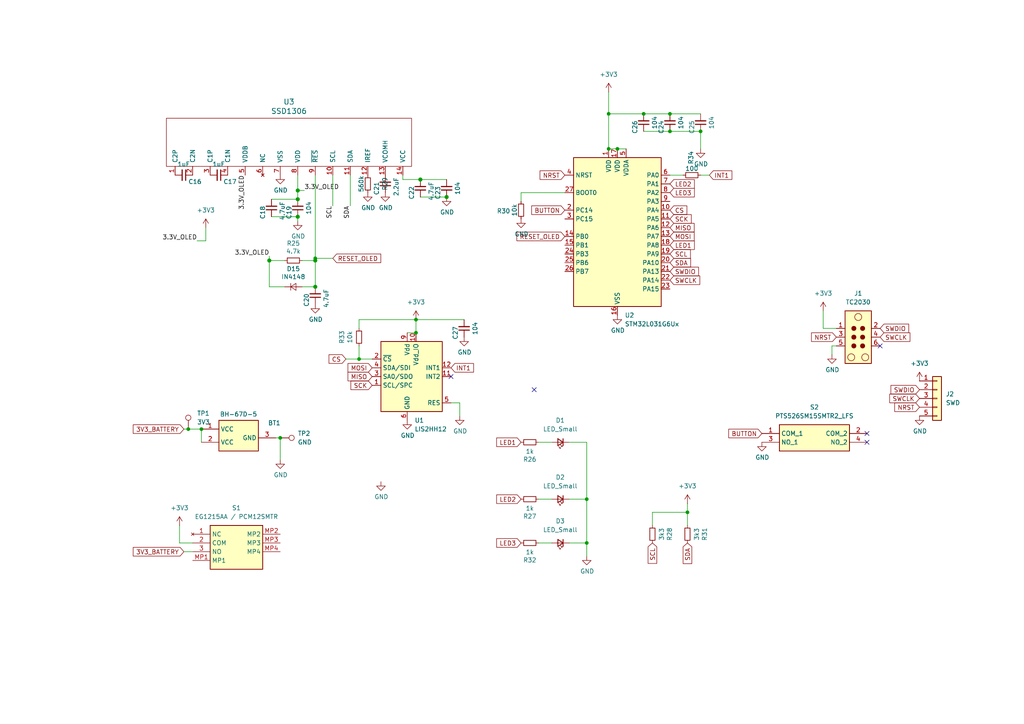
<source format=kicad_sch>
(kicad_sch (version 20250114) (generator "eeschema") (generator_version "9.0")
  (paper "A4")
  (lib_symbols
    (symbol "Connector:TC2030" (in_bom no)
      (property "Reference" "J" (at 1.27 8.89 0))
      (property "Value" "TC2030" (at 1.27 -8.89 0))
      (symbol "TC2030_1_1"
        (rectangle (start -2.54 7.62) (end 5.08 -7.62) (stroke (width 0.254)) (fill (type background)))
        (circle (center -0.762 -5.842) (radius 1.016))
        (circle (center 0 2.54) (radius 0.635) (fill (type outline)))
        (circle (center 0 0) (radius 0.635) (fill (type outline)))
        (circle (center 0 -2.54) (radius 0.635) (fill (type outline)))
        (circle (center 1.27 5.842) (radius 1.016))
        (circle (center 2.54 2.54) (radius 0.635) (fill (type outline)))
        (circle (center 2.54 0) (radius 0.635) (fill (type outline)))
        (circle (center 2.54 -2.54) (radius 0.635) (fill (type outline)))
        (circle (center 3.302 -5.842) (radius 1.016))
        (pin passive line (at -5.08 2.54 0) (length 2.54) (name "~") (number "1"))
        (pin passive line (at -5.08 0 0) (length 2.54) (name "~") (number "3"))
        (pin passive line (at -5.08 -2.54 0) (length 2.54) (name "~") (number "5"))
        (pin passive line (at 7.62 2.54 180) (length 2.54) (name "~") (number "2"))
        (pin passive line (at 7.62 0 180) (length 2.54) (name "~") (number "4"))
        (pin passive line (at 7.62 -2.54 180) (length 2.54) (name "~") (number "6"))
      )
    )
    (symbol "Connector:TestPoint" (pin_numbers (hide yes)) (pin_names (offset 0.762) (hide yes))
      (property "Reference" "TP" (at 0 6.858 0))
      (property "Value" "TestPoint" (at 0 5.08 0))
      (symbol "TestPoint_0_1"
        (circle (center 0 3.302) (radius 0.762))
      )
      (symbol "TestPoint_1_1"
        (pin passive line (at 0 0 90) (length 2.54) (name "1") (number "1"))
      )
    )
    (symbol "Connector_Generic:Conn_01x05" (pin_names (offset 1.016) (hide yes))
      (property "Reference" "J" (at 0 7.62 0))
      (property "Value" "Conn_01x05" (at 0 -7.62 0))
      (symbol "Conn_01x05_1_1"
        (rectangle (start -1.27 6.35) (end 1.27 -6.35) (stroke (width 0.254)) (fill (type background)))
        (rectangle (start -1.27 5.207) (end 0 4.953) (stroke (width 0.1524)))
        (rectangle (start -1.27 2.667) (end 0 2.413) (stroke (width 0.1524)))
        (rectangle (start -1.27 0.127) (end 0 -0.127) (stroke (width 0.1524)))
        (rectangle (start -1.27 -2.413) (end 0 -2.667) (stroke (width 0.1524)))
        (rectangle (start -1.27 -4.953) (end 0 -5.207) (stroke (width 0.1524)))
        (pin passive line (at -5.08 5.08 0) (length 3.81) (name "Pin_1") (number "1"))
        (pin passive line (at -5.08 2.54 0) (length 3.81) (name "Pin_2") (number "2"))
        (pin passive line (at -5.08 0 0) (length 3.81) (name "Pin_3") (number "3"))
        (pin passive line (at -5.08 -2.54 0) (length 3.81) (name "Pin_4") (number "4"))
        (pin passive line (at -5.08 -5.08 0) (length 3.81) (name "Pin_5") (number "5"))
      )
    )
    (symbol "Device:C_Small" (pin_numbers (hide yes)) (pin_names (offset 0.254) (hide yes))
      (property "Reference" "C" (at 0.254 1.778 0))
      (property "Value" "C_Small" (at 0.254 -2.032 0))
      (symbol "C_Small_0_1"
        (polyline (pts (xy -1.524 0.508) (xy 1.524 0.508)) (stroke (width 0.3048)))
        (polyline (pts (xy -1.524 -0.508) (xy 1.524 -0.508)) (stroke (width 0.3302)))
      )
      (symbol "C_Small_1_1"
        (pin passive line (at 0 2.54 270) (length 2.032) (name "~") (number "1"))
        (pin passive line (at 0 -2.54 90) (length 2.032) (name "~") (number "2"))
      )
    )
    (symbol "Device:D_Small" (pin_numbers (hide yes)) (pin_names (offset 0.254) (hide yes))
      (property "Reference" "D" (at -1.27 2.032 0))
      (property "Value" "D_Small" (at -3.81 -2.032 0))
      (symbol "D_Small_0_1"
        (polyline (pts (xy -0.762 0) (xy 0.762 0)))
        (polyline (pts (xy -0.762 -1.016) (xy -0.762 1.016)))
        (polyline (pts (xy 0.762 -1.016) (xy -0.762 0) (xy 0.762 1.016) (xy 0.762 -1.016)))
      )
      (symbol "D_Small_1_1"
        (pin passive line (at -2.54 0 0) (length 1.778) (name "K") (number "1"))
        (pin passive line (at 2.54 0 180) (length 1.778) (name "A") (number "2"))
      )
    )
    (symbol "Device:LED_Small" (pin_numbers (hide yes)) (pin_names (offset 0.254) (hide yes))
      (property "Reference" "D" (at -1.27 3.175 0))
      (property "Value" "LED_Small" (at -4.445 -2.54 0))
      (symbol "LED_Small_0_1"
        (polyline (pts (xy -0.762 -1.016) (xy -0.762 1.016)) (stroke (width 0.254)))
        (polyline (pts (xy 0 0.762) (xy -0.508 1.27) (xy -0.254 1.27) (xy -0.508 1.27) (xy -0.508 1.016)))
        (polyline (pts (xy 0.508 1.27) (xy 0 1.778) (xy 0.254 1.778) (xy 0 1.778) (xy 0 1.524)))
        (polyline (pts (xy 0.762 -1.016) (xy -0.762 0) (xy 0.762 1.016) (xy 0.762 -1.016)) (stroke (width 0.254)))
        (polyline (pts (xy 1.016 0) (xy -0.762 0)))
      )
      (symbol "LED_Small_1_1"
        (pin passive line (at -2.54 0 0) (length 1.778) (name "K") (number "1"))
        (pin passive line (at 2.54 0 180) (length 1.778) (name "A") (number "2"))
      )
    )
    (symbol "Device:R_Small" (pin_numbers (hide yes)) (pin_names (offset 0.254) (hide yes))
      (property "Reference" "R" (at 0.762 0.508 0))
      (property "Value" "R_Small" (at 0.762 -1.016 0))
      (symbol "R_Small_0_1"
        (rectangle (start -0.762 1.778) (end 0.762 -1.778) (stroke (width 0.2032)))
      )
      (symbol "R_Small_1_1"
        (pin passive line (at 0 2.54 270) (length 0.762) (name "~") (number "1"))
        (pin passive line (at 0 -2.54 90) (length 0.762) (name "~") (number "2"))
      )
    )
    (symbol "MCU_ST_STM32L0:STM32L031G6Ux"
      (property "Reference" "U" (at -12.7 24.13 0))
      (property "Value" "STM32L031G6Ux" (at 5.08 24.13 0))
      (symbol "STM32L031G6Ux_0_1"
        (rectangle (start -12.7 -20.32) (end 12.7 22.86) (stroke (width 0.254)) (fill (type background)))
      )
      (symbol "STM32L031G6Ux_1_1"
        (pin input line (at -15.24 17.78 0) (length 2.54) (name "NRST") (number "4"))
        (pin input line (at -15.24 12.7 0) (length 2.54) (name "BOOT0") (number "27"))
        (pin bidirectional line (at -15.24 7.62 0) (length 2.54) (name "PC14") (number "2"))
        (pin bidirectional line (at -15.24 5.08 0) (length 2.54) (name "PC15") (number "3"))
        (pin bidirectional line (at -15.24 0 0) (length 2.54) (name "PB0") (number "14"))
        (pin bidirectional line (at -15.24 -2.54 0) (length 2.54) (name "PB1") (number "15"))
        (pin bidirectional line (at -15.24 -5.08 0) (length 2.54) (name "PB3") (number "24"))
        (pin bidirectional line (at -15.24 -7.62 0) (length 2.54) (name "PB6") (number "25"))
        (pin bidirectional line (at -15.24 -10.16 0) (length 2.54) (name "PB7") (number "26"))
        (pin power_in line (at -2.54 25.4 270) (length 2.54) (name "VDD") (number "1"))
        (pin power_in line (at 0 25.4 270) (length 2.54) (name "VDD") (number "17"))
        (pin power_in line (at 0 -22.86 90) (length 2.54) (name "VSS") (number "16"))
        (pin passive line (at 0 -22.86 90) (length 2.54) (hide yes) (name "VSS") (number "28"))
        (pin power_in line (at 2.54 25.4 270) (length 2.54) (name "VDDA") (number "5"))
        (pin bidirectional line (at 15.24 17.78 180) (length 2.54) (name "PA0") (number "6"))
        (pin bidirectional line (at 15.24 15.24 180) (length 2.54) (name "PA1") (number "7"))
        (pin bidirectional line (at 15.24 12.7 180) (length 2.54) (name "PA2") (number "8"))
        (pin bidirectional line (at 15.24 10.16 180) (length 2.54) (name "PA3") (number "9"))
        (pin bidirectional line (at 15.24 7.62 180) (length 2.54) (name "PA4") (number "10"))
        (pin bidirectional line (at 15.24 5.08 180) (length 2.54) (name "PA5") (number "11"))
        (pin bidirectional line (at 15.24 2.54 180) (length 2.54) (name "PA6") (number "12"))
        (pin bidirectional line (at 15.24 0 180) (length 2.54) (name "PA7") (number "13"))
        (pin bidirectional line (at 15.24 -2.54 180) (length 2.54) (name "PA8") (number "18"))
        (pin bidirectional line (at 15.24 -5.08 180) (length 2.54) (name "PA9") (number "19"))
        (pin bidirectional line (at 15.24 -7.62 180) (length 2.54) (name "PA10") (number "20"))
        (pin bidirectional line (at 15.24 -10.16 180) (length 2.54) (name "PA13") (number "21"))
        (pin bidirectional line (at 15.24 -12.7 180) (length 2.54) (name "PA14") (number "22"))
        (pin bidirectional line (at 15.24 -15.24 180) (length 2.54) (name "PA15") (number "23"))
      )
    )
    (symbol "SSD1306_OLED-0.91-128x32:SSD1306" (pin_names (offset 1.016))
      (property "Reference" "U" (at 34.29 15.24 0))
      (property "Value" "SSD1306" (at -34.29 15.24 0))
      (symbol "SSD1306_0_1"
        (rectangle (start -35.56 16.51) (end 35.56 2.54))
      )
      (symbol "SSD1306_1_1"
        (pin input line (at -33.02 0 90) (length 2.54) (name "C2P") (number "1"))
        (pin input line (at -27.94 0 90) (length 2.54) (name "C2N") (number "2"))
        (pin input line (at -22.86 0 90) (length 2.54) (name "C1P") (number "3"))
        (pin input line (at -17.78 0 90) (length 2.54) (name "C1N") (number "4"))
        (pin input line (at -12.7 0 90) (length 2.54) (name "VDDB") (number "5"))
        (pin no_connect line (at -7.62 0 90) (length 2.54) (name "NC") (number "6"))
        (pin output line (at -2.54 0 90) (length 2.54) (name "VSS") (number "7"))
        (pin input line (at 2.54 0 90) (length 2.54) (name "VDD") (number "8"))
        (pin input line (at 7.62 0 90) (length 2.54) (name "~{RES}") (number "9"))
        (pin input line (at 12.7 0 90) (length 2.54) (name "SCL") (number "10"))
        (pin input line (at 17.78 0 90) (length 2.54) (name "SDA") (number "11"))
        (pin input line (at 22.86 0 90) (length 2.54) (name "IREF") (number "12"))
        (pin input line (at 27.94 0 90) (length 2.54) (name "VCOMH") (number "13"))
        (pin input line (at 33.02 0 90) (length 2.54) (name "VCC") (number "14"))
      )
    )
    (symbol "Sensor_Motion:LIS2HH12"
      (property "Reference" "U" (at -5.08 11.43 0))
      (property "Value" "LIS2HH12" (at 3.81 11.43 0))
      (symbol "LIS2HH12_0_1"
        (rectangle (start -7.62 10.16) (end 10.16 -10.16) (stroke (width 0.254)) (fill (type background)))
      )
      (symbol "LIS2HH12_1_1"
        (pin input line (at -10.16 5.08 0) (length 2.54) (name "~{CS}") (number "2"))
        (pin bidirectional line (at -10.16 2.54 0) (length 2.54) (name "SDA/SDI") (number "4"))
        (pin bidirectional line (at -10.16 0 0) (length 2.54) (name "SA0/SDO") (number "3"))
        (pin input line (at -10.16 -2.54 0) (length 2.54) (name "SCL/SPC") (number "1"))
        (pin power_in line (at 0 12.7 270) (length 2.54) (name "Vdd") (number "9"))
        (pin power_in line (at 0 -12.7 90) (length 2.54) (name "GND") (number "6"))
        (pin passive line (at 0 -12.7 90) (length 2.54) (hide yes) (name "GND") (number "7"))
        (pin passive line (at 0 -12.7 90) (length 2.54) (hide yes) (name "GND") (number "8"))
        (pin power_in line (at 2.54 12.7 270) (length 2.54) (name "Vdd_IO") (number "10"))
        (pin output line (at 12.7 2.54 180) (length 2.54) (name "INT1") (number "12"))
        (pin output line (at 12.7 0 180) (length 2.54) (name "INT2") (number "11"))
        (pin passive line (at 12.7 -7.62 180) (length 2.54) (name "RES") (number "5"))
      )
    )
    (symbol "downloaded_parts:BH-67D-5"
      (property "Reference" "BT1" (at 16.51 0.0001 0))
      (property "Value" "BH-67D-5" (at 16.51 -2.5399 0))
      (symbol "BH-67D-5_1_1"
        (rectangle (start 6.35 -6.35) (end 17.78 -15.24) (stroke (width 0.254)) (fill (type background)))
        (pin passive line (at 1.27 -8.89 0) (length 5.08) (name "VCC") (number "1"))
        (pin passive line (at 1.27 -12.7 0) (length 5.08) (name "VCC") (number "2"))
        (pin passive line (at 22.86 -11.43 180) (length 5.08) (name "GND") (number "3"))
      )
    )
    (symbol "downloaded_parts:EG1215AA"
      (property "Reference" "S" (at 21.59 7.62 0))
      (property "Value" "EG1215AA" (at 21.59 5.08 0))
      (symbol "EG1215AA_1_1"
        (rectangle (start 5.08 2.54) (end 20.32 -10.16) (stroke (width 0.254)) (fill (type background)))
        (pin no_connect line (at 0 0 0) (length 5.08) (name "NC") (number "1"))
        (pin passive line (at 0 -2.54 0) (length 5.08) (name "COM") (number "2"))
        (pin passive line (at 0 -5.08 0) (length 5.08) (name "NO") (number "3"))
        (pin passive line (at 0 -7.62 0) (length 5.08) (name "MP1") (number "MP1"))
        (pin passive line (at 25.4 0 180) (length 5.08) (name "MP2") (number "MP2"))
        (pin passive line (at 25.4 -2.54 180) (length 5.08) (name "MP3") (number "MP3"))
        (pin passive line (at 25.4 -5.08 180) (length 5.08) (name "MP4") (number "MP4"))
      )
    )
    (symbol "downloaded_parts:PTS526SM15SMTR2_LFS"
      (property "Reference" "S" (at 26.67 7.62 0))
      (property "Value" "PTS526SM15SMTR2_LFS" (at 26.67 5.08 0))
      (symbol "PTS526SM15SMTR2_LFS_1_1"
        (rectangle (start 5.08 2.54) (end 25.4 -5.08) (stroke (width 0.254)) (fill (type background)))
        (pin passive line (at 0 0 0) (length 5.08) (name "COM_1") (number "1"))
        (pin passive line (at 0 -2.54 0) (length 5.08) (name "NO_1") (number "3"))
        (pin passive line (at 30.48 0 180) (length 5.08) (name "COM_2") (number "2"))
        (pin passive line (at 30.48 -2.54 180) (length 5.08) (name "NO_2") (number "4"))
      )
    )
    (symbol "power:+3V3" (power) (pin_numbers (hide yes)) (pin_names (offset 0) (hide yes))
      (property "Value" "+3V3" (at 0 3.556 0))
      (symbol "+3V3_0_1"
        (polyline (pts (xy -0.762 1.27) (xy 0 2.54)))
        (polyline (pts (xy 0 2.54) (xy 0.762 1.27)))
        (polyline (pts (xy 0 0) (xy 0 2.54)))
      )
      (symbol "+3V3_1_1"
        (pin power_in line (at 0 0 90) (length 0) (name "~") (number "1"))
      )
    )
    (symbol "power:GND" (power) (pin_names (offset 0))
      (property "Value" "GND" (at 0 -3.81 0))
      (symbol "GND_0_1"
        (polyline (pts (xy 0 0) (xy 0 -1.27) (xy 1.27 -1.27) (xy 0 -2.54) (xy -1.27 -1.27) (xy 0 -1.27)))
      )
      (symbol "GND_1_1"
        (pin power_in line (at 0 0 270) (length 0) (hide yes) (name "GND") (number "1"))
      )
    )
  )
  (junction (at 176.53 43.18))
  (junction (at 186.69 33.02))
  (junction (at 129.54 57.15) (diameter 1.016))
  (junction (at 120.65 96.52))
  (junction (at 78.105 75.565) (diameter 1.016))
  (junction (at 54.61 124.46))
  (junction (at 91.44 83.185) (diameter 1.016))
  (junction (at 86.36 57.785) (diameter 1.016))
  (junction (at 179.07 43.18))
  (junction (at 170.18 157.48))
  (junction (at 194.31 38.1))
  (junction (at 194.31 33.02))
  (junction (at 91.44 75.565) (diameter 1.016))
  (junction (at 121.92 52.07) (diameter 1.016))
  (junction (at 81.28 127))
  (junction (at 203.2 38.1))
  (junction (at 176.53 33.02))
  (junction (at 199.39 148.59))
  (junction (at 86.36 62.865) (diameter 1.016))
  (junction (at 58.42 124.46))
  (junction (at 120.65 92.71))
  (junction (at 91.44 74.93))
  (junction (at 170.18 144.78))
  (junction (at 86.36 55.245) (diameter 1.016))
  (junction (at 104.14 104.14))
  (no_connect (at 251.46 125.73))
  (no_connect (at 154.94 113.03))
  (no_connect (at 251.46 128.27))
  (no_connect (at 255.27 100.33))
  (no_connect (at 130.81 109.22))
  (wire (pts (xy 238.76 90.17) (xy 238.76 95.25)))
  (wire (pts (xy 121.92 52.07) (xy 116.84 52.07)))
  (wire (pts (xy 118.11 96.52) (xy 120.65 96.52)))
  (wire (pts (xy 91.44 74.93) (xy 96.52 74.93)))
  (wire (pts (xy 133.35 120.65) (xy 133.35 116.84)))
  (wire (pts (xy 104.14 100.33) (xy 104.14 104.14)))
  (wire (pts (xy 120.65 92.71) (xy 134.62 92.71)))
  (wire (pts (xy 238.76 95.25) (xy 242.57 95.25)))
  (wire (pts (xy 78.105 74.295) (xy 78.105 75.565)))
  (wire (pts (xy 129.54 57.15) (xy 121.92 57.15)))
  (wire (pts (xy 176.53 33.02) (xy 186.69 33.02)))
  (wire (pts (xy 54.61 124.46) (xy 58.42 124.46)))
  (wire (pts (xy 58.42 124.46) (xy 58.42 128.27)))
  (wire (pts (xy 100.33 104.14) (xy 104.14 104.14)))
  (wire (pts (xy 189.23 148.59) (xy 199.39 148.59)))
  (wire (pts (xy 156.21 128.27) (xy 160.02 128.27)))
  (wire (pts (xy 203.2 50.8) (xy 205.74 50.8)))
  (wire (pts (xy 194.31 38.1) (xy 203.2 38.1)))
  (wire (pts (xy 86.36 55.245) (xy 86.36 57.785)))
  (wire (pts (xy 78.105 75.565) (xy 82.55 75.565)))
  (wire (pts (xy 78.74 57.785) (xy 86.36 57.785)))
  (wire (pts (xy 82.55 83.185) (xy 78.105 83.185)))
  (wire (pts (xy 87.63 75.565) (xy 91.44 75.565)))
  (wire (pts (xy 53.34 124.46) (xy 54.61 124.46)))
  (wire (pts (xy 176.53 33.02) (xy 176.53 43.18)))
  (wire (pts (xy 189.23 152.4) (xy 189.23 148.59)))
  (wire (pts (xy 91.44 75.565) (xy 91.44 74.93)))
  (wire (pts (xy 165.1 144.78) (xy 170.18 144.78)))
  (wire (pts (xy 186.69 38.1) (xy 194.31 38.1)))
  (wire (pts (xy 81.28 133.35) (xy 81.28 127)))
  (wire (pts (xy 170.18 144.78) (xy 170.18 157.48)))
  (wire (pts (xy 116.84 52.07) (xy 116.84 50.8)))
  (wire (pts (xy 120.65 92.71) (xy 120.65 96.52)))
  (wire (pts (xy 163.83 55.88) (xy 151.13 55.88)))
  (wire (pts (xy 86.36 62.865) (xy 86.36 64.135)))
  (wire (pts (xy 53.34 160.02) (xy 55.88 160.02)))
  (wire (pts (xy 121.92 52.07) (xy 129.54 52.07)))
  (wire (pts (xy 104.14 95.25) (xy 104.14 92.71)))
  (wire (pts (xy 165.1 128.27) (xy 170.18 128.27)))
  (wire (pts (xy 194.31 33.02) (xy 203.2 33.02)))
  (wire (pts (xy 241.3 102.87) (xy 241.3 100.33)))
  (wire (pts (xy 176.53 26.67) (xy 176.53 33.02)))
  (wire (pts (xy 96.52 59.69) (xy 96.52 50.8)))
  (wire (pts (xy 165.1 157.48) (xy 170.18 157.48)))
  (wire (pts (xy 170.18 128.27) (xy 170.18 144.78)))
  (wire (pts (xy 186.69 33.02) (xy 194.31 33.02)))
  (wire (pts (xy 199.39 148.59) (xy 199.39 152.4)))
  (wire (pts (xy 52.07 157.48) (xy 55.88 157.48)))
  (wire (pts (xy 81.28 127) (xy 80.01 127)))
  (wire (pts (xy 241.3 100.33) (xy 242.57 100.33)))
  (wire (pts (xy 59.69 66.04) (xy 59.69 69.85)))
  (wire (pts (xy 91.44 74.93) (xy 91.44 50.8)))
  (wire (pts (xy 104.14 104.14) (xy 107.95 104.14)))
  (wire (pts (xy 179.07 43.18) (xy 181.61 43.18)))
  (wire (pts (xy 156.21 144.78) (xy 160.02 144.78)))
  (wire (pts (xy 86.36 50.8) (xy 86.36 55.245)))
  (wire (pts (xy 59.69 69.85) (xy 57.15 69.85)))
  (wire (pts (xy 151.13 55.88) (xy 151.13 58.42)))
  (wire (pts (xy 87.63 83.185) (xy 91.44 83.185)))
  (wire (pts (xy 203.2 38.1) (xy 203.2 43.18)))
  (wire (pts (xy 170.18 157.48) (xy 170.18 161.29)))
  (wire (pts (xy 86.36 62.865) (xy 78.74 62.865)))
  (wire (pts (xy 199.39 146.05) (xy 199.39 148.59)))
  (wire (pts (xy 176.53 43.18) (xy 179.07 43.18)))
  (wire (pts (xy 52.07 152.4) (xy 52.07 157.48)))
  (wire (pts (xy 194.31 50.8) (xy 198.12 50.8)))
  (wire (pts (xy 133.35 116.84) (xy 130.81 116.84)))
  (wire (pts (xy 88.265 55.245) (xy 86.36 55.245)))
  (wire (pts (xy 104.14 92.71) (xy 120.65 92.71)))
  (wire (pts (xy 101.6 59.69) (xy 101.6 50.8)))
  (wire (pts (xy 78.105 83.185) (xy 78.105 75.565)))
  (wire (pts (xy 156.21 157.48) (xy 160.02 157.48)))
  (wire (pts (xy 91.44 83.185) (xy 91.44 75.565)))
  (label "SCL" (at 96.52 59.69 270))
  (label "3.3V_OLED" (at 88.265 55.245 0))
  (label "3.3V_OLED" (at 71.12 50.8 270))
  (label "SDA" (at 101.6 59.69 270))
  (label "3.3V_OLED" (at 57.15 69.85 180))
  (label "3.3V_OLED" (at 78.105 74.295 180))
  (global_label "SWCLK" (shape input) (at 255.27 97.79 0) (property "Intersheetrefs" "${INTERSHEET_REFS}" (effects (hide yes))))
  (global_label "SCL" (shape input) (at 189.23 157.48 270) (property "Intersheetrefs" "${INTERSHEET_REFS}" (effects (hide yes))))
  (global_label "NRST" (shape input) (at 266.7 118.11 180) (property "Intersheetrefs" "${INTERSHEET_REFS}" (effects (hide yes))))
  (global_label "SWCLK" (shape input) (at 194.31 81.28 0) (property "Intersheetrefs" "${INTERSHEET_REFS}" (effects (hide yes))))
  (global_label "SCK" (shape input) (at 107.95 111.76 180) (property "Intersheetrefs" "${INTERSHEET_REFS}" (effects (hide yes))))
  (global_label "RESET_OLED" (shape input) (at 163.83 68.58 180) (property "Intersheetrefs" "${INTERSHEET_REFS}" (effects (hide yes))))
  (global_label "BUTTON" (shape input) (at 163.83 60.96 180) (property "Intersheetrefs" "${INTERSHEET_REFS}" (effects (hide yes))))
  (global_label "SCK" (shape input) (at 194.31 63.5 0) (property "Intersheetrefs" "${INTERSHEET_REFS}" (effects (hide yes))))
  (global_label "INT1" (shape input) (at 130.81 106.68 0) (property "Intersheetrefs" "${INTERSHEET_REFS}" (effects (hide yes))))
  (global_label "3V3_BATTERY" (shape input) (at 53.34 160.02 180) (property "Intersheetrefs" "${INTERSHEET_REFS}" (effects (hide yes))))
  (global_label "SWDIO" (shape input) (at 255.27 95.25 0) (property "Intersheetrefs" "${INTERSHEET_REFS}" (effects (hide yes))))
  (global_label "NRST" (shape input) (at 163.83 50.8 180) (property "Intersheetrefs" "${INTERSHEET_REFS}" (effects (hide yes))))
  (global_label "SWDIO" (shape input) (at 194.31 78.74 0) (property "Intersheetrefs" "${INTERSHEET_REFS}" (effects (hide yes))))
  (global_label "SCL" (shape input) (at 194.31 73.66 0) (property "Intersheetrefs" "${INTERSHEET_REFS}" (effects (hide yes))))
  (global_label "LED2" (shape input) (at 151.13 144.78 180) (property "Intersheetrefs" "${INTERSHEET_REFS}" (effects (hide yes))))
  (global_label "LED3" (shape input) (at 151.13 157.48 180) (property "Intersheetrefs" "${INTERSHEET_REFS}" (effects (hide yes))))
  (global_label "CS" (shape input) (at 100.33 104.14 180) (property "Intersheetrefs" "${INTERSHEET_REFS}" (effects (hide yes))))
  (global_label "MOSI" (shape input) (at 194.31 68.58 0) (property "Intersheetrefs" "${INTERSHEET_REFS}" (effects (hide yes))))
  (global_label "INT1" (shape input) (at 205.74 50.8 0) (property "Intersheetrefs" "${INTERSHEET_REFS}" (effects (hide yes))))
  (global_label "MISO" (shape input) (at 194.31 66.04 0) (property "Intersheetrefs" "${INTERSHEET_REFS}" (effects (hide yes))))
  (global_label "3V3_BATTERY" (shape input) (at 53.34 124.46 180) (property "Intersheetrefs" "${INTERSHEET_REFS}" (effects (hide yes))))
  (global_label "LED2" (shape input) (at 194.31 53.34 0) (property "Intersheetrefs" "${INTERSHEET_REFS}" (effects (hide yes))))
  (global_label "LED3" (shape input) (at 194.31 55.88 0) (property "Intersheetrefs" "${INTERSHEET_REFS}" (effects (hide yes))))
  (global_label "SDA" (shape input) (at 194.31 76.2 0) (property "Intersheetrefs" "${INTERSHEET_REFS}" (effects (hide yes))))
  (global_label "SWDIO" (shape input) (at 266.7 113.03 180) (property "Intersheetrefs" "${INTERSHEET_REFS}" (effects (hide yes))))
  (global_label "RESET_OLED" (shape input) (at 96.52 74.93 0) (property "Intersheetrefs" "${INTERSHEET_REFS}" (effects (hide yes))))
  (global_label "MISO" (shape input) (at 107.95 109.22 180) (property "Intersheetrefs" "${INTERSHEET_REFS}" (effects (hide yes))))
  (global_label "CS" (shape input) (at 194.31 60.96 0) (property "Intersheetrefs" "${INTERSHEET_REFS}" (effects (hide yes))))
  (global_label "LED1" (shape input) (at 151.13 128.27 180) (property "Intersheetrefs" "${INTERSHEET_REFS}" (effects (hide yes))))
  (global_label "BUTTON" (shape input) (at 220.98 125.73 180) (property "Intersheetrefs" "${INTERSHEET_REFS}" (effects (hide yes))))
  (global_label "MOSI" (shape input) (at 107.95 106.68 180) (property "Intersheetrefs" "${INTERSHEET_REFS}" (effects (hide yes))))
  (global_label "NRST" (shape input) (at 242.57 97.79 180) (property "Intersheetrefs" "${INTERSHEET_REFS}" (effects (hide yes))))
  (global_label "LED1" (shape input) (at 194.31 71.12 0) (property "Intersheetrefs" "${INTERSHEET_REFS}" (effects (hide yes))))
  (global_label "SDA" (shape input) (at 199.39 157.48 270) (property "Intersheetrefs" "${INTERSHEET_REFS}" (effects (hide yes))))
  (global_label "SWCLK" (shape input) (at 266.7 115.57 180) (property "Intersheetrefs" "${INTERSHEET_REFS}" (effects (hide yes))))
  (symbol (lib_id "SSD1306_OLED-0.91-128x32:SSD1306") (at 83.82 50.8 0) (unit 1)
    (property "Reference" "U3" (at 83.82 29.5402 0) (effects (font (size 1.524 1.524))))
    (property "Value" "SSD1306" (at 83.82 32.2326 0) (effects (font (size 1.524 1.524))))
    (property "Footprint" "ssd1306:SSD1306_OLED-0.91-128x32" (effects (hide yes)))
  )
  (symbol (lib_id "Device:C_Small") (at 53.34 50.8 270) (unit 1)
    (property "Reference" "C16" (at 54.61 52.705 90) (effects (justify left)))
    (property "Value" "1uF" (at 51.435 47.625 90) (effects (justify left)))
    (property "Footprint" "Capacitor_SMD:C_0805_2012Metric" (effects (hide yes)))
  )
  (symbol (lib_id "Device:C_Small") (at 63.5 50.8 270) (unit 1)
    (property "Reference" "C17" (at 64.77 52.705 90) (effects (justify left)))
    (property "Value" "1uF" (at 61.595 47.625 90) (effects (justify left)))
    (property "Footprint" "Capacitor_SMD:C_0805_2012Metric" (effects (hide yes)))
  )
  (symbol (lib_id "power:GND") (at 81.28 50.8 0) (unit 1)
    (property "Reference" "#PWR0154" (effects (hide yes)))
    (property "Value" "GND" (at 81.407 55.1942 0))
  )
  (symbol (lib_id "Device:C_Small") (at 86.36 60.325 180) (unit 1)
    (property "Reference" "C19" (at 83.82 59.69 90) (effects (justify left)))
    (property "Value" "104" (at 89.535 58.42 90) (effects (justify left)))
    (property "Footprint" "Capacitor_SMD:C_0603_1608Metric" (effects (hide yes)))
  )
  (symbol (lib_id "Device:C_Small") (at 78.74 60.325 180) (unit 1)
    (property "Reference" "C18" (at 76.2 59.69 90) (effects (justify left)))
    (property "Value" "4.7uF" (at 81.915 58.42 90) (effects (justify left)))
    (property "Footprint" "Capacitor_SMD:C_0805_2012Metric" (effects (hide yes)))
  )
  (symbol (lib_id "power:GND") (at 86.36 64.135 0) (unit 1)
    (property "Reference" "#PWR0155" (effects (hide yes)))
    (property "Value" "GND" (at 86.487 68.5292 0))
  )
  (symbol (lib_id "Device:R_Small") (at 85.09 75.565 270) (unit 1)
    (property "Reference" "R25" (at 85.09 70.5866 90))
    (property "Value" "4.7k" (at 85.09 72.898 90))
    (property "Footprint" "Resistor_SMD:R_0603_1608Metric" (effects (hide yes)))
  )
  (symbol (lib_id "Device:D_Small") (at 85.09 83.185 0) (unit 1)
    (property "Reference" "D15" (at 85.09 77.978 0))
    (property "Value" "IN4148" (at 85.09 80.2894 0))
    (property "Footprint" "Diode_SMD:D_SOD-123" (effects (hide yes)))
  )
  (symbol (lib_id "Device:C_Small") (at 91.44 85.725 180) (unit 1)
    (property "Reference" "C20" (at 88.9 85.09 90) (effects (justify left)))
    (property "Value" "4.7uF" (at 94.615 83.82 90) (effects (justify left)))
    (property "Footprint" "Capacitor_SMD:C_0805_2012Metric" (effects (hide yes)))
  )
  (symbol (lib_id "power:GND") (at 91.44 88.265 0) (unit 1)
    (property "Reference" "#PWR0157" (effects (hide yes)))
    (property "Value" "GND" (at 91.567 92.6592 0))
  )
  (symbol (lib_id "Device:C_Small") (at 111.76 53.34 180) (unit 1)
    (property "Reference" "C21" (at 109.22 52.705 90) (effects (justify left)))
    (property "Value" "2.2uF" (at 114.935 51.435 90) (effects (justify left)))
    (property "Footprint" "Capacitor_SMD:C_0805_2012Metric" (effects (hide yes)))
  )
  (symbol (lib_id "power:GND") (at 111.76 55.88 0) (unit 1)
    (property "Reference" "#PWR0158" (effects (hide yes)))
    (property "Value" "GND" (at 111.887 60.2742 0))
  )
  (symbol (lib_id "Device:R_Small") (at 106.68 53.34 180) (unit 1)
    (property "Reference" "R29" (at 111.6584 53.34 90))
    (property "Value" "560k" (at 104.775 53.34 90))
    (property "Footprint" "Resistor_SMD:R_0603_1608Metric" (effects (hide yes)))
  )
  (symbol (lib_id "power:GND") (at 106.68 55.88 0) (unit 1)
    (property "Reference" "#PWR0159" (effects (hide yes)))
    (property "Value" "GND" (at 106.807 60.2742 0))
  )
  (symbol (lib_id "Device:C_Small") (at 121.92 54.61 180) (unit 1)
    (property "Reference" "C22" (at 119.38 53.975 90) (effects (justify left)))
    (property "Value" "4.7uF" (at 125.095 52.705 90) (effects (justify left)))
    (property "Footprint" "Capacitor_SMD:C_0805_2012Metric" (effects (hide yes)))
  )
  (symbol (lib_id "Device:C_Small") (at 129.54 54.61 180) (unit 1)
    (property "Reference" "C23" (at 127 53.975 90) (effects (justify left)))
    (property "Value" "104" (at 132.715 52.705 90) (effects (justify left)))
    (property "Footprint" "Capacitor_SMD:C_0603_1608Metric" (effects (hide yes)))
  )
  (symbol (lib_id "power:GND") (at 129.54 57.15 0) (unit 1)
    (property "Reference" "#PWR0167" (effects (hide yes)))
    (property "Value" "GND" (at 129.667 61.5442 0))
  )
  (symbol (lib_id "Device:C_Small") (at 203.2 35.56 180) (unit 1)
    (property "Reference" "C25" (at 200.66 34.925 90) (effects (justify left)))
    (property "Value" "104" (at 206.375 33.655 90) (effects (justify left)))
    (property "Footprint" "Capacitor_SMD:C_0603_1608Metric" (effects (hide yes)))
  )
  (symbol (lib_id "Device:R_Small") (at 104.14 97.79 0) (unit 1)
    (property "Reference" "R33" (at 99.1616 97.79 90))
    (property "Value" "10k" (at 101.473 97.79 90))
    (property "Footprint" "Resistor_SMD:R_0603_1608Metric" (effects (hide yes)))
  )
  (symbol (lib_id "Device:R_Small") (at 200.66 50.8 90) (unit 1)
    (property "Reference" "R34" (at 200.406 45.72 0))
    (property "Value" "100" (at 200.66 48.895 90))
    (property "Footprint" "Resistor_SMD:R_0603_1608Metric" (effects (hide yes)))
  )
  (symbol (lib_id "power:+3V3") (at 199.39 146.05 0) (unit 1)
    (property "Reference" "#PWR02" (effects (hide yes)))
    (property "Value" "+3V3" (at 199.39 140.97 0))
    (property "Description" "Power symbol creates a global label with name \"+3V3\"" (effects (hide yes)))
  )
  (symbol (lib_id "Device:R_Small") (at 189.23 154.94 180) (unit 1)
    (property "Reference" "R28" (at 194.2084 154.94 90))
    (property "Value" "3k3" (at 191.897 154.94 90))
    (property "Footprint" "Resistor_SMD:R_0603_1608Metric" (effects (hide yes)))
  )
  (symbol (lib_id "Connector_Generic:Conn_01x05") (at 271.78 115.57 0) (unit 1)
    (property "Reference" "J2" (at 274.32 114.2999 0) (effects (justify left)))
    (property "Value" "SWD" (at 274.32 116.8399 0) (effects (justify left)))
    (property "Footprint" "downloaded_parts:M208900505" (effects (hide yes)))
    (property "Description" "Generic connector, single row, 01x05, script generated (kicad-library-utils/schlib/autogen/connector/)" (effects (hide yes)))
  )
  (symbol (lib_id "Sensor_Motion:LIS2HH12") (at 118.11 109.22 0) (unit 1)
    (property "Reference" "U1" (at 120.2533 121.92 0) (effects (justify left)))
    (property "Value" "LIS2HH12" (at 120.2533 124.46 0) (effects (justify left)))
    (property "Footprint" "Package_LGA:LGA-12_2x2mm_P0.5mm" (effects (hide yes)))
    (property "Datasheet" "www.st.com/resource/en/datasheet/lis2hh12.pdf" (effects (hide yes)))
    (property "Description" "3-Axis Accelerometer, 2/4/8g range, I2C/SPI interface" (effects (hide yes)))
  )
  (symbol (lib_id "power:+3V3") (at 120.65 92.71 0) (unit 1)
    (property "Reference" "#PWR04" (effects (hide yes)))
    (property "Value" "+3V3" (at 120.65 87.63 0))
    (property "Description" "Power symbol creates a global label with name \"+3V3\"" (effects (hide yes)))
  )
  (symbol (lib_id "downloaded_parts:EG1215AA") (at 55.88 154.94 0) (unit 1)
    (property "Reference" "S1" (at 68.58 147.32 0))
    (property "Value" "EG1215AA / PCM12SMTR" (at 68.58 149.86 0))
    (property "Footprint" "downloaded_parts:EG1215AA" (effects (hide yes)))
    (property "Datasheet" "https://configured-product-images.s3.amazonaws.com/2D/specs/EG1215AA.pdf" (effects (hide yes)))
    (property "Description" "SLIDE, Surface Mount, Right Angle" (effects (hide yes)))
    (property "Height" "1.4" (effects (hide yes)))
    (property "Manufacturer_Name" "E-Switch" (effects (hide yes)))
    (property "Manufacturer_Part_Number" "EG1215AA" (effects (hide yes)))
    (property "Mouser Part Number" "612-EG1215AA" (effects (hide yes)))
    (property "Mouser Price/Stock" "https://www.mouser.co.uk/ProductDetail/E-Switch/EG1215AA?qs=lc2O%252BfHJPVZHH%2F6aw0qQrA%3D%3D" (effects (hide yes)))
  )
  (symbol (lib_id "power:GND") (at 133.35 120.65 0) (unit 1)
    (property "Reference" "#PWR0175" (effects (hide yes)))
    (property "Value" "GND" (at 133.477 125.0442 0))
  )
  (symbol (lib_id "Device:R_Small") (at 153.67 128.27 90) (unit 1)
    (property "Reference" "R26" (at 153.67 133.2484 90))
    (property "Value" "1k" (at 153.67 130.937 90))
    (property "Footprint" "Resistor_SMD:R_0603_1608Metric" (effects (hide yes)))
  )
  (symbol (lib_id "Device:C_Small") (at 134.62 95.25 180) (unit 1)
    (property "Reference" "C27" (at 132.08 94.615 90) (effects (justify left)))
    (property "Value" "104" (at 137.795 93.345 90) (effects (justify left)))
    (property "Footprint" "Capacitor_SMD:C_0603_1608Metric" (effects (hide yes)))
  )
  (symbol (lib_id "power:+3V3") (at 238.76 90.17 0) (unit 1)
    (property "Reference" "#PWR05" (effects (hide yes)))
    (property "Value" "+3V3" (at 238.76 85.09 0))
    (property "Description" "Power symbol creates a global label with name \"+3V3\"" (effects (hide yes)))
  )
  (symbol (lib_id "power:GND") (at 118.11 121.92 0) (unit 1)
    (property "Reference" "#PWR0173" (effects (hide yes)))
    (property "Value" "GND" (at 118.237 126.3142 0))
  )
  (symbol (lib_id "power:+3V3") (at 266.7 110.49 0) (unit 1)
    (property "Reference" "#PWR06" (effects (hide yes)))
    (property "Value" "+3V3" (at 266.7 105.41 0))
    (property "Description" "Power symbol creates a global label with name \"+3V3\"" (effects (hide yes)))
  )
  (symbol (lib_id "power:GND") (at 220.98 128.27 0) (unit 1)
    (property "Reference" "#PWR0172" (effects (hide yes)))
    (property "Value" "GND" (at 221.107 132.6642 0))
  )
  (symbol (lib_id "power:GND") (at 81.28 133.35 0) (unit 1)
    (property "Reference" "#PWR0160" (effects (hide yes)))
    (property "Value" "GND" (at 81.407 137.7442 0))
  )
  (symbol (lib_id "downloaded_parts:BH-67D-5") (at 57.15 115.57 0) (unit 1)
    (property "Reference" "BT1" (at 77.724 122.682 0) (effects (justify left)))
    (property "Value" "BH-67D-5" (at 63.754 120.142 0) (effects (justify left)))
    (property "Footprint" "downloaded_parts:BH67D5" (effects (hide yes)))
    (property "Datasheet" "https://app.adam-tech.com/products/download/data_sheet/196975/bh-67d-5-data-sheet.pdf" (effects (hide yes)))
    (property "Description" "BATT RETAIN COIN 1/2 CELL SMD" (effects (hide yes)))
    (property "Height" "3.8" (effects (hide yes)))
    (property "Manufacturer_Name" "Adam Tech" (effects (hide yes)))
    (property "Manufacturer_Part_Number" "BH-67D-5" (effects (hide yes)))
    (property "Mouser Part Number" "737-BH-67D-5" (effects (hide yes)))
    (property "Mouser Price/Stock" "https://www.mouser.co.uk/ProductDetail/Adam-Tech/BH-67D-5?qs=HoCaDK9Nz5caI7rUStqAfg%3D%3D" (effects (hide yes)))
  )
  (symbol (lib_id "Device:LED_Small") (at 162.56 157.48 180) (unit 1)
    (property "Reference" "D3" (at 162.4965 151.13 0))
    (property "Value" "LED_Small" (at 162.4965 153.67 0))
    (property "Footprint" "LED_SMD:LED_0603_1608Metric" (effects (hide yes)))
    (property "Description" "Light emitting diode, small symbol" (effects (hide yes)))
    (property "Sim.Pin" "1=K 2=A" (effects (hide yes)))
  )
  (symbol (lib_id "downloaded_parts:PTS526SM15SMTR2_LFS") (at 220.98 125.73 0) (unit 1)
    (property "Reference" "S2" (at 236.22 118.11 0))
    (property "Value" "PTS526SM15SMTR2_LFS" (at 236.22 120.65 0))
    (property "Footprint" "downloaded_parts:PTS526SM15SMTR2LFS" (effects (hide yes)))
    (property "Datasheet" "https://www.ckswitches.com/media/2780/pts526.pdf" (effects (hide yes)))
    (property "Description" "Tactile Switches 50mA 12VDC, 5.2x5.2mm, 1.5mm H, 160gf, G leads, No ground pin, metal actuator" (effects (hide yes)))
    (property "Height" "1.65" (effects (hide yes)))
    (property "Manufacturer_Name" "C & K COMPONENTS" (effects (hide yes)))
    (property "Manufacturer_Part_Number" "PTS526SM15SMTR2 LFS" (effects (hide yes)))
    (property "Mouser Part Number" "611-PTS526SM15SMTR2L" (effects (hide yes)))
    (property "Mouser Price/Stock" "https://www.mouser.co.uk/ProductDetail/CK/PTS526SM15SMTR2-LFS?qs=Imq1NPwxi75LpUh6FiCy2w%3D%3D" (effects (hide yes)))
  )
  (symbol (lib_id "Connector:TC2030") (at 247.65 97.79 0) (unit 1) (in_bom no)
    (property "Reference" "J1" (at 248.92 85.09 0))
    (property "Value" "TC2030" (at 248.92 87.63 0))
    (property "Footprint" "Connector:Tag-Connect_TC2030-IDC-NL_2x03_P1.27mm_Vertical" (effects (hide yes)))
    (property "Datasheet" "https://www.tag-connect.com/wp-content/uploads/bsk-pdf-manager/2019/12/TC2030-IDC-NL-Datasheet-Rev-B.pdf" (effects (hide yes)))
    (property "Description" "Tag-Connect’s 6-pins connector" (effects (hide yes)))
  )
  (symbol (lib_id "power:GND") (at 266.7 120.65 0) (unit 1)
    (property "Reference" "#PWR0177" (effects (hide yes)))
    (property "Value" "GND" (at 266.827 125.0442 0))
  )
  (symbol (lib_id "power:+3V3") (at 59.69 66.04 0) (unit 1)
    (property "Reference" "#PWR03" (effects (hide yes)))
    (property "Value" "+3V3" (at 59.69 60.96 0))
    (property "Description" "Power symbol creates a global label with name \"+3V3\"" (effects (hide yes)))
  )
  (symbol (lib_id "power:GND") (at 241.3 102.87 0) (unit 1)
    (property "Reference" "#PWR0176" (effects (hide yes)))
    (property "Value" "GND" (at 241.427 107.2642 0))
  )
  (symbol (lib_id "power:GND") (at 151.13 63.5 0) (unit 1)
    (property "Reference" "#PWR0169" (effects (hide yes)))
    (property "Value" "GND" (at 151.257 67.8942 0))
  )
  (symbol (lib_id "Device:R_Small") (at 199.39 154.94 180) (unit 1)
    (property "Reference" "R31" (at 204.3684 154.94 90))
    (property "Value" "3k3" (at 202.057 154.94 90))
    (property "Footprint" "Resistor_SMD:R_0603_1608Metric" (effects (hide yes)))
  )
  (symbol (lib_id "Device:R_Small") (at 151.13 60.96 180) (unit 1)
    (property "Reference" "R30" (at 146.05 61.214 0))
    (property "Value" "10k" (at 149.225 60.96 90))
    (property "Footprint" "Resistor_SMD:R_0603_1608Metric" (effects (hide yes)))
  )
  (symbol (lib_id "Device:R_Small") (at 153.67 144.78 90) (unit 1)
    (property "Reference" "R27" (at 153.67 149.7584 90))
    (property "Value" "1k" (at 153.67 147.447 90))
    (property "Footprint" "Resistor_SMD:R_0603_1608Metric" (effects (hide yes)))
  )
  (symbol (lib_id "Device:R_Small") (at 153.67 157.48 90) (unit 1)
    (property "Reference" "R32" (at 153.67 162.4584 90))
    (property "Value" "1k" (at 153.67 160.147 90))
    (property "Footprint" "Resistor_SMD:R_0603_1608Metric" (effects (hide yes)))
  )
  (symbol (lib_id "power:GND") (at 203.2 43.18 0) (unit 1)
    (property "Reference" "#PWR0168" (effects (hide yes)))
    (property "Value" "GND" (at 203.327 47.5742 0))
  )
  (symbol (lib_id "power:GND") (at 110.49 139.7 0) (unit 1)
    (property "Reference" "#PWR0161" (effects (hide yes)))
    (property "Value" "GND" (at 110.617 144.0942 0))
  )
  (symbol (lib_id "Device:C_Small") (at 186.69 35.56 180) (unit 1)
    (property "Reference" "C26" (at 184.15 34.925 90) (effects (justify left)))
    (property "Value" "104" (at 189.865 33.655 90) (effects (justify left)))
    (property "Footprint" "Capacitor_SMD:C_0603_1608Metric" (effects (hide yes)))
  )
  (symbol (lib_id "power:+3V3") (at 52.07 152.4 0) (unit 1)
    (property "Reference" "#PWR07" (effects (hide yes)))
    (property "Value" "+3V3" (at 52.07 147.32 0))
    (property "Description" "Power symbol creates a global label with name \"+3V3\"" (effects (hide yes)))
  )
  (symbol (lib_id "Device:LED_Small") (at 162.56 128.27 180) (unit 1)
    (property "Reference" "D1" (at 162.4965 121.92 0))
    (property "Value" "LED_Small" (at 162.4965 124.46 0))
    (property "Footprint" "LED_SMD:LED_0603_1608Metric" (effects (hide yes)))
    (property "Description" "Light emitting diode, small symbol" (effects (hide yes)))
    (property "Sim.Pin" "1=K 2=A" (effects (hide yes)))
  )
  (symbol (lib_id "Device:LED_Small") (at 162.56 144.78 180) (unit 1)
    (property "Reference" "D2" (at 162.4965 138.43 0))
    (property "Value" "LED_Small" (at 162.4965 140.97 0))
    (property "Footprint" "LED_SMD:LED_0603_1608Metric" (effects (hide yes)))
    (property "Description" "Light emitting diode, small symbol" (effects (hide yes)))
    (property "Sim.Pin" "1=K 2=A" (effects (hide yes)))
  )
  (symbol (lib_id "MCU_ST_STM32L0:STM32L031G6Ux") (at 179.07 68.58 0) (unit 1)
    (property "Reference" "U2" (at 181.2133 91.44 0) (effects (justify left)))
    (property "Value" "STM32L031G6Ux" (at 181.2133 93.98 0) (effects (justify left)))
    (property "Footprint" "downloaded_parts:QFN50P400X400X60-28N-D" (effects (hide yes)))
    (property "Datasheet" "https://www.st.com/resource/en/datasheet/stm32l031g6.pdf" (effects (hide yes)))
    (property "Description" "STMicroelectronics Arm Cortex-M0+ MCU, 32KB flash, 8KB RAM, 32 MHz, 1.65-3.6V, 21 GPIO, UFQFPN28" (effects (hide yes)))
  )
  (symbol (lib_id "power:GND") (at 170.18 161.29 0) (unit 1)
    (property "Reference" "#PWR0171" (effects (hide yes)))
    (property "Value" "GND" (at 170.307 165.6842 0))
  )
  (symbol (lib_id "power:GND") (at 134.62 97.79 0) (unit 1)
    (property "Reference" "#PWR0174" (effects (hide yes)))
    (property "Value" "GND" (at 134.747 102.1842 0))
  )
  (symbol (lib_id "power:GND") (at 179.07 91.44 0) (unit 1)
    (property "Reference" "#PWR0170" (effects (hide yes)))
    (property "Value" "GND" (at 179.197 95.8342 0))
  )
  (symbol (lib_id "power:+3V3") (at 176.53 26.67 0) (unit 1)
    (property "Reference" "#PWR01" (effects (hide yes)))
    (property "Value" "+3V3" (at 176.53 21.59 0))
    (property "Description" "Power symbol creates a global label with name \"+3V3\"" (effects (hide yes)))
  )
  (symbol (lib_id "Connector:TestPoint") (at 81.28 127 270) (unit 1)
    (property "Reference" "TP2" (at 86.36 125.7299 90) (effects (justify left)))
    (property "Value" "GND" (at 86.36 128.2699 90) (effects (justify left)))
    (property "Footprint" "TestPoint:TestPoint_Pad_D3.0mm" (effects (hide yes)))
    (property "Description" "test point" (effects (hide yes)))
  )
  (symbol (lib_id "Device:C_Small") (at 194.31 35.56 180) (unit 1)
    (property "Reference" "C24" (at 191.77 34.925 90) (effects (justify left)))
    (property "Value" "104" (at 197.485 33.655 90) (effects (justify left)))
    (property "Footprint" "Capacitor_SMD:C_0603_1608Metric" (effects (hide yes)))
  )
  (symbol (lib_id "Connector:TestPoint") (at 54.61 124.46 0) (unit 1)
    (property "Reference" "TP1" (at 57.15 119.8879 0) (effects (justify left)))
    (property "Value" "3V3" (at 57.15 122.4279 0) (effects (justify left)))
    (property "Footprint" "TestPoint:TestPoint_Pad_D3.0mm" (effects (hide yes)))
    (property "Description" "test point" (effects (hide yes)))
  )
)
</source>
